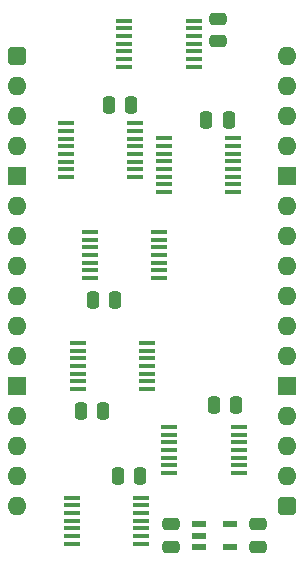
<source format=gts>
%TF.GenerationSoftware,KiCad,Pcbnew,8.0.7*%
%TF.CreationDate,2025-01-05T17:18:26+02:00*%
%TF.ProjectId,SD Card Read Signals,53442043-6172-4642-9052-656164205369,V1*%
%TF.SameCoordinates,Original*%
%TF.FileFunction,Soldermask,Top*%
%TF.FilePolarity,Negative*%
%FSLAX46Y46*%
G04 Gerber Fmt 4.6, Leading zero omitted, Abs format (unit mm)*
G04 Created by KiCad (PCBNEW 8.0.7) date 2025-01-05 17:18:26*
%MOMM*%
%LPD*%
G01*
G04 APERTURE LIST*
G04 Aperture macros list*
%AMRoundRect*
0 Rectangle with rounded corners*
0 $1 Rounding radius*
0 $2 $3 $4 $5 $6 $7 $8 $9 X,Y pos of 4 corners*
0 Add a 4 corners polygon primitive as box body*
4,1,4,$2,$3,$4,$5,$6,$7,$8,$9,$2,$3,0*
0 Add four circle primitives for the rounded corners*
1,1,$1+$1,$2,$3*
1,1,$1+$1,$4,$5*
1,1,$1+$1,$6,$7*
1,1,$1+$1,$8,$9*
0 Add four rect primitives between the rounded corners*
20,1,$1+$1,$2,$3,$4,$5,0*
20,1,$1+$1,$4,$5,$6,$7,0*
20,1,$1+$1,$6,$7,$8,$9,0*
20,1,$1+$1,$8,$9,$2,$3,0*%
G04 Aperture macros list end*
%ADD10RoundRect,0.250000X-0.250000X-0.475000X0.250000X-0.475000X0.250000X0.475000X-0.250000X0.475000X0*%
%ADD11R,1.150000X0.600000*%
%ADD12R,1.450000X0.450000*%
%ADD13RoundRect,0.250000X0.250000X0.475000X-0.250000X0.475000X-0.250000X-0.475000X0.250000X-0.475000X0*%
%ADD14RoundRect,0.250000X0.475000X-0.250000X0.475000X0.250000X-0.475000X0.250000X-0.475000X-0.250000X0*%
%ADD15R,1.475000X0.450000*%
%ADD16RoundRect,0.400000X-0.400000X-0.400000X0.400000X-0.400000X0.400000X0.400000X-0.400000X0.400000X0*%
%ADD17O,1.600000X1.600000*%
%ADD18R,1.600000X1.600000*%
%ADD19RoundRect,0.250000X-0.475000X0.250000X-0.475000X-0.250000X0.475000X-0.250000X0.475000X0.250000X0*%
G04 APERTURE END LIST*
D10*
%TO.C,C4*%
X5416000Y-30099000D03*
X7316000Y-30099000D03*
%TD*%
D11*
%TO.C,IC45*%
X15464000Y-39690000D03*
X15464000Y-40640000D03*
X15464000Y-41590000D03*
X18064000Y-41590000D03*
X18064000Y-39690000D03*
%TD*%
D12*
%TO.C,IC4*%
X12442000Y-6996000D03*
X12442000Y-7646000D03*
X12442000Y-8296000D03*
X12442000Y-8946000D03*
X12442000Y-9596000D03*
X12442000Y-10246000D03*
X12442000Y-10896000D03*
X12442000Y-11546000D03*
X18292000Y-11546000D03*
X18292000Y-10896000D03*
X18292000Y-10246000D03*
X18292000Y-9596000D03*
X18292000Y-8946000D03*
X18292000Y-8296000D03*
X18292000Y-7646000D03*
X18292000Y-6996000D03*
%TD*%
D10*
%TO.C,C5*%
X6432000Y-20701000D03*
X8332000Y-20701000D03*
%TD*%
D13*
%TO.C,C11*%
X17952000Y-5461000D03*
X16052000Y-5461000D03*
%TD*%
D14*
%TO.C,C3*%
X13081000Y-41574000D03*
X13081000Y-39674000D03*
%TD*%
D15*
%TO.C,IC5*%
X4682000Y-37420000D03*
X4682000Y-38070000D03*
X4682000Y-38720000D03*
X4682000Y-39370000D03*
X4682000Y-40020000D03*
X4682000Y-40670000D03*
X4682000Y-41320000D03*
X10558000Y-41320000D03*
X10558000Y-40670000D03*
X10558000Y-40020000D03*
X10558000Y-39370000D03*
X10558000Y-38720000D03*
X10558000Y-38070000D03*
X10558000Y-37420000D03*
%TD*%
D16*
%TO.C,J8*%
X0Y0D03*
D17*
X0Y-2540000D03*
X0Y-5080000D03*
X0Y-7620000D03*
D18*
X0Y-10160000D03*
D17*
X0Y-12700000D03*
X0Y-15240000D03*
X0Y-17780000D03*
X0Y-20320000D03*
X0Y-22860000D03*
X0Y-25400000D03*
D18*
X0Y-27940000D03*
D17*
X0Y-30480000D03*
X0Y-33020000D03*
X0Y-35560000D03*
X0Y-38100000D03*
D16*
X22860000Y-38100000D03*
D17*
X22860000Y-35560000D03*
X22860000Y-33020000D03*
X22860000Y-30480000D03*
D18*
X22860000Y-27940000D03*
D17*
X22860000Y-25400000D03*
X22860000Y-22860000D03*
X22860000Y-20320000D03*
X22860000Y-17780000D03*
X22860000Y-15240000D03*
X22860000Y-12700000D03*
D18*
X22860000Y-10160000D03*
D17*
X22860000Y-7620000D03*
X22860000Y-5080000D03*
X22860000Y-2540000D03*
X22860000Y0D03*
%TD*%
D15*
%TO.C,IC1*%
X9127000Y2966000D03*
X9127000Y2316000D03*
X9127000Y1666000D03*
X9127000Y1016000D03*
X9127000Y366000D03*
X9127000Y-284000D03*
X9127000Y-934000D03*
X15003000Y-934000D03*
X15003000Y-284000D03*
X15003000Y366000D03*
X15003000Y1016000D03*
X15003000Y1666000D03*
X15003000Y2316000D03*
X15003000Y2966000D03*
%TD*%
D14*
%TO.C,C2*%
X20447000Y-41574000D03*
X20447000Y-39674000D03*
%TD*%
D15*
%TO.C,IC8*%
X11066000Y-28239000D03*
X11066000Y-27589000D03*
X11066000Y-26939000D03*
X11066000Y-26289000D03*
X11066000Y-25639000D03*
X11066000Y-24989000D03*
X11066000Y-24339000D03*
X5190000Y-24339000D03*
X5190000Y-24989000D03*
X5190000Y-25639000D03*
X5190000Y-26289000D03*
X5190000Y-26939000D03*
X5190000Y-27589000D03*
X5190000Y-28239000D03*
%TD*%
D19*
%TO.C,C10*%
X17018000Y3093000D03*
X17018000Y1193000D03*
%TD*%
D15*
%TO.C,IC2*%
X12937000Y-31451000D03*
X12937000Y-32101000D03*
X12937000Y-32751000D03*
X12937000Y-33401000D03*
X12937000Y-34051000D03*
X12937000Y-34701000D03*
X12937000Y-35351000D03*
X18813000Y-35351000D03*
X18813000Y-34701000D03*
X18813000Y-34051000D03*
X18813000Y-33401000D03*
X18813000Y-32751000D03*
X18813000Y-32101000D03*
X18813000Y-31451000D03*
%TD*%
D13*
%TO.C,C9*%
X9697000Y-4191000D03*
X7797000Y-4191000D03*
%TD*%
D12*
%TO.C,IC6*%
X4202000Y-5722000D03*
X4202000Y-6372000D03*
X4202000Y-7022000D03*
X4202000Y-7672000D03*
X4202000Y-8322000D03*
X4202000Y-8972000D03*
X4202000Y-9622000D03*
X4202000Y-10272000D03*
X10052000Y-10272000D03*
X10052000Y-9622000D03*
X10052000Y-8972000D03*
X10052000Y-8322000D03*
X10052000Y-7672000D03*
X10052000Y-7022000D03*
X10052000Y-6372000D03*
X10052000Y-5722000D03*
%TD*%
D13*
%TO.C,C6*%
X18587000Y-29591000D03*
X16687000Y-29591000D03*
%TD*%
D15*
%TO.C,IC3*%
X12082000Y-18841000D03*
X12082000Y-18191000D03*
X12082000Y-17541000D03*
X12082000Y-16891000D03*
X12082000Y-16241000D03*
X12082000Y-15591000D03*
X12082000Y-14941000D03*
X6206000Y-14941000D03*
X6206000Y-15591000D03*
X6206000Y-16241000D03*
X6206000Y-16891000D03*
X6206000Y-17541000D03*
X6206000Y-18191000D03*
X6206000Y-18841000D03*
%TD*%
D13*
%TO.C,C1*%
X10459000Y-35560000D03*
X8559000Y-35560000D03*
%TD*%
M02*

</source>
